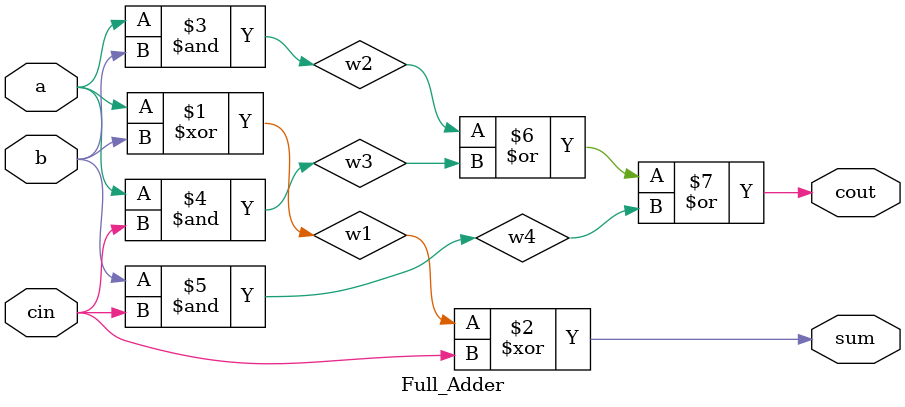
<source format=v>
module Full_Adder(a, b, cin, cout, sum);
 input  a, b, cin;      // inputs
 output cout, sum;      // output
 wire   w1, w2, w3, w4; // internal nets

 xor U1  (w1, a, b);
 xor U2  (sum, w1, cin);
 and U3  (w2, a, b);
 and U4  (w3, a, cin);
 and U5  (w4, b, cin);
 or  U6  (cout, w2, w3, w4);
endmodule

</source>
